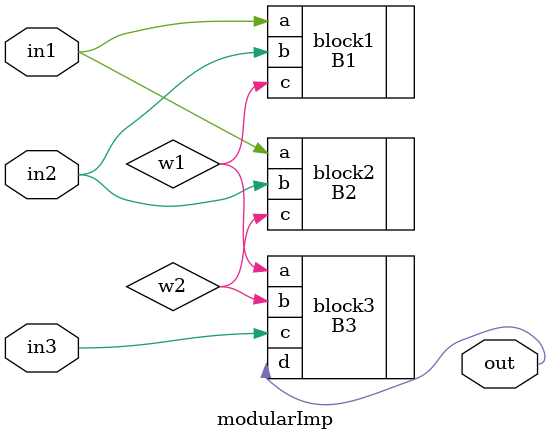
<source format=v>
`timescale 1ns / 1ps


module modularImp(
 input in1,in2,in3, output out
    );
    
    wire w1, w2;
    
    B1 block1( .a(in1), .b(in2), .c(w1));
    B2 block2( .a(in1), .b(in2), .c(w2));
    B3 block3 (.a(w1) , .b (w2), . c(in3), .d(out));
    
endmodule

</source>
